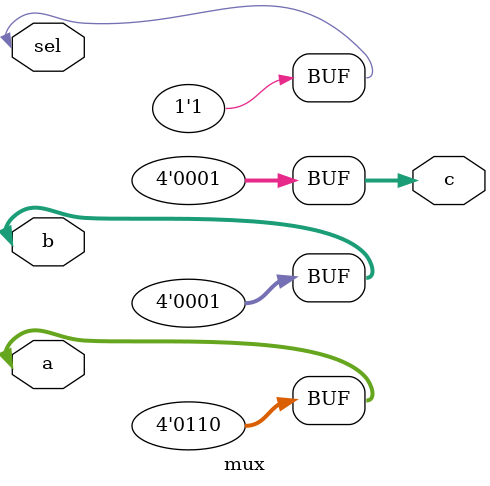
<source format=v>
module mux #(parameter N = 4)(
  input  [N-1:0] a, b,
  input  sel,
  output [N-1:0] c
);
assign a=6;assign b=1;
assign sel=1;

  genvar i;
  generate
    for (i = 0; i < N; i = i + 1) begin 
      assign c[i] = (sel) ? b[i] : a[i];
    end
  endgenerate
endmodule

</source>
